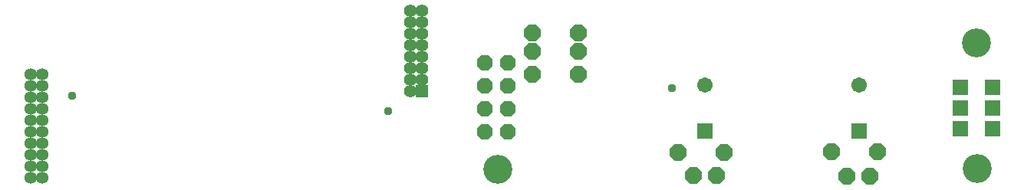
<source format=gbr>
G04 EAGLE Gerber RS-274X export*
G75*
%MOMM*%
%FSLAX34Y34*%
%LPD*%
%INSoldermask Top*%
%IPPOS*%
%AMOC8*
5,1,8,0,0,1.08239X$1,22.5*%
G01*
%ADD10C,3.203200*%
%ADD11R,1.711200X1.711200*%
%ADD12C,1.711200*%
%ADD13P,2.034460X8X22.500000*%
%ADD14P,2.034460X8X202.500000*%
%ADD15R,1.703200X1.703200*%
%ADD16P,1.869504X8X112.500000*%
%ADD17C,1.361200*%
%ADD18R,1.421200X1.421200*%
%ADD19C,1.421200*%
%ADD20C,0.959600*%


D10*
X675894Y280670D03*
X676148Y141732D03*
X147066Y140462D03*
D11*
X375920Y182780D03*
D12*
X375920Y233780D03*
D11*
X546100Y182780D03*
D12*
X546100Y233780D03*
D13*
X362712Y133858D03*
X388112Y133858D03*
X532130Y133096D03*
X557530Y133096D03*
D14*
X397002Y159004D03*
X346202Y159004D03*
X565912Y160274D03*
X515112Y160274D03*
D15*
X693140Y231140D03*
X658140Y231140D03*
X693140Y208280D03*
X658140Y208280D03*
X693140Y185420D03*
X658140Y185420D03*
D14*
X235712Y245415D03*
X184912Y245415D03*
X235864Y271170D03*
X185064Y271170D03*
X235763Y291592D03*
X184963Y291592D03*
D16*
X158496Y182118D03*
X158496Y207518D03*
X158496Y232918D03*
X158496Y258318D03*
X133096Y182118D03*
X133096Y207518D03*
X133096Y232918D03*
X133096Y258318D03*
D17*
X-355854Y246126D03*
X-355854Y233426D03*
X-355854Y220726D03*
X-355854Y208026D03*
X-355854Y195326D03*
X-355854Y182626D03*
X-355854Y169926D03*
X-355854Y157226D03*
X-355854Y144526D03*
X-355854Y131826D03*
X-368554Y131826D03*
X-368554Y144526D03*
X-368554Y157226D03*
X-368554Y169926D03*
X-368554Y182626D03*
X-368554Y195326D03*
X-368554Y208026D03*
X-368554Y220726D03*
X-368554Y233426D03*
X-368554Y246126D03*
D18*
X62992Y227330D03*
D19*
X50292Y227330D03*
X62992Y240030D03*
X50292Y240030D03*
X62992Y252730D03*
X50292Y252730D03*
X62992Y265430D03*
X50292Y265430D03*
X62992Y278130D03*
X50292Y278130D03*
X62992Y290830D03*
X50292Y290830D03*
X62992Y303530D03*
X50292Y303530D03*
X62992Y316230D03*
X50292Y316230D03*
D20*
X-322580Y222250D03*
X25908Y204724D03*
X339344Y230886D03*
M02*

</source>
